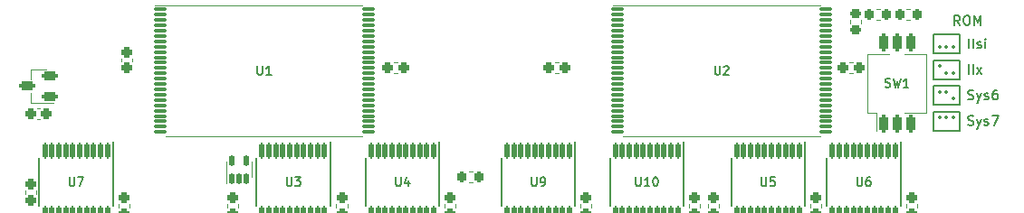
<source format=gto>
G04 #@! TF.GenerationSoftware,KiCad,Pcbnew,(6.0.1-0)*
G04 #@! TF.CreationDate,2022-02-13T04:03:45-05:00*
G04 #@! TF.ProjectId,ROMSIMM,524f4d53-494d-44d2-9e6b-696361645f70,1.0*
G04 #@! TF.SameCoordinates,Original*
G04 #@! TF.FileFunction,Legend,Top*
G04 #@! TF.FilePolarity,Positive*
%FSLAX46Y46*%
G04 Gerber Fmt 4.6, Leading zero omitted, Abs format (unit mm)*
G04 Created by KiCad (PCBNEW (6.0.1-0)) date 2022-02-13 04:03:45*
%MOMM*%
%LPD*%
G01*
G04 APERTURE LIST*
G04 Aperture macros list*
%AMRoundRect*
0 Rectangle with rounded corners*
0 $1 Rounding radius*
0 $2 $3 $4 $5 $6 $7 $8 $9 X,Y pos of 4 corners*
0 Add a 4 corners polygon primitive as box body*
4,1,4,$2,$3,$4,$5,$6,$7,$8,$9,$2,$3,0*
0 Add four circle primitives for the rounded corners*
1,1,$1+$1,$2,$3*
1,1,$1+$1,$4,$5*
1,1,$1+$1,$6,$7*
1,1,$1+$1,$8,$9*
0 Add four rect primitives between the rounded corners*
20,1,$1+$1,$2,$3,$4,$5,0*
20,1,$1+$1,$4,$5,$6,$7,0*
20,1,$1+$1,$6,$7,$8,$9,0*
20,1,$1+$1,$8,$9,$2,$3,0*%
G04 Aperture macros list end*
%ADD10C,0.350000*%
%ADD11C,0.203200*%
%ADD12C,0.120000*%
%ADD13C,0.150000*%
%ADD14C,0.100000*%
%ADD15C,0.175000*%
%ADD16C,2.000000*%
%ADD17RoundRect,0.262500X-0.212500X-0.262500X0.212500X-0.262500X0.212500X0.262500X-0.212500X0.262500X0*%
%ADD18RoundRect,0.262500X0.262500X-0.212500X0.262500X0.212500X-0.262500X0.212500X-0.262500X-0.212500X0*%
%ADD19RoundRect,0.136500X-0.112500X0.612500X-0.112500X-0.612500X0.112500X-0.612500X0.112500X0.612500X0*%
%ADD20RoundRect,0.491560X-0.104140X-1.107440X0.104140X-1.107440X0.104140X1.107440X-0.104140X1.107440X0*%
%ADD21RoundRect,0.099000X-0.475000X-0.075000X0.475000X-0.075000X0.475000X0.075000X-0.475000X0.075000X0*%
%ADD22RoundRect,0.140000X0.100000X-0.400000X0.100000X0.400000X-0.100000X0.400000X-0.100000X-0.400000X0*%
%ADD23RoundRect,0.225000X0.175000X0.300000X-0.175000X0.300000X-0.175000X-0.300000X0.175000X-0.300000X0*%
%ADD24RoundRect,0.225000X0.300000X-0.175000X0.300000X0.175000X-0.300000X0.175000X-0.300000X-0.175000X0*%
%ADD25RoundRect,0.250000X0.475000X0.200000X-0.475000X0.200000X-0.475000X-0.200000X0.475000X-0.200000X0*%
%ADD26C,1.448000*%
%ADD27RoundRect,0.225000X-0.175000X-0.300000X0.175000X-0.300000X0.175000X0.300000X-0.175000X0.300000X0*%
%ADD28RoundRect,0.240000X0.190000X-0.572000X0.190000X0.572000X-0.190000X0.572000X-0.190000X-0.572000X0*%
G04 APERTURE END LIST*
D10*
X162623400Y-111696500D02*
X162623500Y-111696500D01*
D11*
X164465000Y-106299000D02*
X162052000Y-106299000D01*
D10*
X163893550Y-107505500D02*
X163893650Y-107505500D01*
X163258400Y-107505500D02*
X163258500Y-107505500D01*
D11*
X162052000Y-108077000D02*
X162052000Y-106299000D01*
X164465000Y-108077000D02*
X164465000Y-106299000D01*
X162052000Y-108077000D02*
X164465000Y-108077000D01*
X162052000Y-112903000D02*
X162052000Y-111125000D01*
X164465000Y-112903000D02*
X164465000Y-111125000D01*
D10*
X163258400Y-111696500D02*
X163258500Y-111696500D01*
X163893550Y-112331500D02*
X163893650Y-112331500D01*
D11*
X164465000Y-111125000D02*
X162052000Y-111125000D01*
X162052000Y-112903000D02*
X164465000Y-112903000D01*
X164465000Y-113538000D02*
X162052000Y-113538000D01*
X164465000Y-115316000D02*
X164465000Y-113538000D01*
D10*
X163258400Y-114109500D02*
X163258500Y-114109500D01*
X163893550Y-114109500D02*
X163893650Y-114109500D01*
D11*
X162052000Y-115316000D02*
X162052000Y-113538000D01*
X162052000Y-115316000D02*
X164465000Y-115316000D01*
D10*
X162623550Y-114109500D02*
X162623650Y-114109500D01*
X162623400Y-107505500D02*
X162623500Y-107505500D01*
D11*
X164465000Y-108712000D02*
X162052000Y-108712000D01*
D10*
X163893550Y-109918500D02*
X163893650Y-109918500D01*
D11*
X164465000Y-110490000D02*
X164465000Y-108712000D01*
X162052000Y-110490000D02*
X164465000Y-110490000D01*
D10*
X163258400Y-109918500D02*
X163258500Y-109918500D01*
D11*
X162052000Y-110490000D02*
X162052000Y-108712000D01*
D10*
X162623400Y-109283500D02*
X162623500Y-109283500D01*
D11*
X165319365Y-107595142D02*
X165319365Y-106695142D01*
X165747937Y-107595142D02*
X165747937Y-106695142D01*
X166133651Y-107552285D02*
X166219365Y-107595142D01*
X166390794Y-107595142D01*
X166476508Y-107552285D01*
X166519365Y-107466571D01*
X166519365Y-107423714D01*
X166476508Y-107338000D01*
X166390794Y-107295142D01*
X166262222Y-107295142D01*
X166176508Y-107252285D01*
X166133651Y-107166571D01*
X166133651Y-107123714D01*
X166176508Y-107038000D01*
X166262222Y-106995142D01*
X166390794Y-106995142D01*
X166476508Y-107038000D01*
X166905080Y-107595142D02*
X166905080Y-106995142D01*
X166905080Y-106695142D02*
X166862222Y-106738000D01*
X166905080Y-106780857D01*
X166947937Y-106738000D01*
X166905080Y-106695142D01*
X166905080Y-106780857D01*
X164519857Y-105436142D02*
X164219857Y-105007571D01*
X164005571Y-105436142D02*
X164005571Y-104536142D01*
X164348428Y-104536142D01*
X164434142Y-104579000D01*
X164477000Y-104621857D01*
X164519857Y-104707571D01*
X164519857Y-104836142D01*
X164477000Y-104921857D01*
X164434142Y-104964714D01*
X164348428Y-105007571D01*
X164005571Y-105007571D01*
X165077000Y-104536142D02*
X165248428Y-104536142D01*
X165334142Y-104579000D01*
X165419857Y-104664714D01*
X165462714Y-104836142D01*
X165462714Y-105136142D01*
X165419857Y-105307571D01*
X165334142Y-105393285D01*
X165248428Y-105436142D01*
X165077000Y-105436142D01*
X164991285Y-105393285D01*
X164905571Y-105307571D01*
X164862714Y-105136142D01*
X164862714Y-104836142D01*
X164905571Y-104664714D01*
X164991285Y-104579000D01*
X165077000Y-104536142D01*
X165848428Y-105436142D02*
X165848428Y-104536142D01*
X166148428Y-105179000D01*
X166448428Y-104536142D01*
X166448428Y-105436142D01*
X165276508Y-112378285D02*
X165405080Y-112421142D01*
X165619365Y-112421142D01*
X165705080Y-112378285D01*
X165747937Y-112335428D01*
X165790794Y-112249714D01*
X165790794Y-112164000D01*
X165747937Y-112078285D01*
X165705080Y-112035428D01*
X165619365Y-111992571D01*
X165447937Y-111949714D01*
X165362222Y-111906857D01*
X165319365Y-111864000D01*
X165276508Y-111778285D01*
X165276508Y-111692571D01*
X165319365Y-111606857D01*
X165362222Y-111564000D01*
X165447937Y-111521142D01*
X165662222Y-111521142D01*
X165790794Y-111564000D01*
X166090794Y-111821142D02*
X166305080Y-112421142D01*
X166519365Y-111821142D02*
X166305080Y-112421142D01*
X166219365Y-112635428D01*
X166176508Y-112678285D01*
X166090794Y-112721142D01*
X166819365Y-112378285D02*
X166905080Y-112421142D01*
X167076508Y-112421142D01*
X167162222Y-112378285D01*
X167205080Y-112292571D01*
X167205080Y-112249714D01*
X167162222Y-112164000D01*
X167076508Y-112121142D01*
X166947937Y-112121142D01*
X166862222Y-112078285D01*
X166819365Y-111992571D01*
X166819365Y-111949714D01*
X166862222Y-111864000D01*
X166947937Y-111821142D01*
X167076508Y-111821142D01*
X167162222Y-111864000D01*
X167976508Y-111521142D02*
X167805080Y-111521142D01*
X167719365Y-111564000D01*
X167676508Y-111606857D01*
X167590794Y-111735428D01*
X167547937Y-111906857D01*
X167547937Y-112249714D01*
X167590794Y-112335428D01*
X167633651Y-112378285D01*
X167719365Y-112421142D01*
X167890794Y-112421142D01*
X167976508Y-112378285D01*
X168019365Y-112335428D01*
X168062222Y-112249714D01*
X168062222Y-112035428D01*
X168019365Y-111949714D01*
X167976508Y-111906857D01*
X167890794Y-111864000D01*
X167719365Y-111864000D01*
X167633651Y-111906857D01*
X167590794Y-111949714D01*
X167547937Y-112035428D01*
X165276508Y-114791285D02*
X165405080Y-114834142D01*
X165619365Y-114834142D01*
X165705080Y-114791285D01*
X165747937Y-114748428D01*
X165790794Y-114662714D01*
X165790794Y-114577000D01*
X165747937Y-114491285D01*
X165705080Y-114448428D01*
X165619365Y-114405571D01*
X165447937Y-114362714D01*
X165362222Y-114319857D01*
X165319365Y-114277000D01*
X165276508Y-114191285D01*
X165276508Y-114105571D01*
X165319365Y-114019857D01*
X165362222Y-113977000D01*
X165447937Y-113934142D01*
X165662222Y-113934142D01*
X165790794Y-113977000D01*
X166090794Y-114234142D02*
X166305080Y-114834142D01*
X166519365Y-114234142D02*
X166305080Y-114834142D01*
X166219365Y-115048428D01*
X166176508Y-115091285D01*
X166090794Y-115134142D01*
X166819365Y-114791285D02*
X166905080Y-114834142D01*
X167076508Y-114834142D01*
X167162222Y-114791285D01*
X167205080Y-114705571D01*
X167205080Y-114662714D01*
X167162222Y-114577000D01*
X167076508Y-114534142D01*
X166947937Y-114534142D01*
X166862222Y-114491285D01*
X166819365Y-114405571D01*
X166819365Y-114362714D01*
X166862222Y-114277000D01*
X166947937Y-114234142D01*
X167076508Y-114234142D01*
X167162222Y-114277000D01*
X167505080Y-113934142D02*
X168105080Y-113934142D01*
X167719365Y-114834142D01*
X165319365Y-110008142D02*
X165319365Y-109108142D01*
X165747937Y-110008142D02*
X165747937Y-109108142D01*
X166090794Y-110008142D02*
X166562222Y-109408142D01*
X166090794Y-109408142D02*
X166562222Y-110008142D01*
X111755723Y-119704895D02*
X111755723Y-120362876D01*
X111794428Y-120440285D01*
X111833133Y-120478990D01*
X111910542Y-120517695D01*
X112065361Y-120517695D01*
X112142771Y-120478990D01*
X112181476Y-120440285D01*
X112220180Y-120362876D01*
X112220180Y-119704895D01*
X112955571Y-119975828D02*
X112955571Y-120517695D01*
X112762047Y-119666190D02*
X112568523Y-120246761D01*
X113071685Y-120246761D01*
X145955723Y-119704895D02*
X145955723Y-120362876D01*
X145994428Y-120440285D01*
X146033133Y-120478990D01*
X146110542Y-120517695D01*
X146265361Y-120517695D01*
X146342771Y-120478990D01*
X146381476Y-120440285D01*
X146420180Y-120362876D01*
X146420180Y-119704895D01*
X147194276Y-119704895D02*
X146807228Y-119704895D01*
X146768523Y-120091942D01*
X146807228Y-120053238D01*
X146884638Y-120014533D01*
X147078161Y-120014533D01*
X147155571Y-120053238D01*
X147194276Y-120091942D01*
X147232980Y-120169352D01*
X147232980Y-120362876D01*
X147194276Y-120440285D01*
X147155571Y-120478990D01*
X147078161Y-120517695D01*
X146884638Y-120517695D01*
X146807228Y-120478990D01*
X146768523Y-120440285D01*
X134218676Y-119704895D02*
X134218676Y-120362876D01*
X134257380Y-120440285D01*
X134296085Y-120478990D01*
X134373495Y-120517695D01*
X134528314Y-120517695D01*
X134605723Y-120478990D01*
X134644428Y-120440285D01*
X134683133Y-120362876D01*
X134683133Y-119704895D01*
X135495933Y-120517695D02*
X135031476Y-120517695D01*
X135263704Y-120517695D02*
X135263704Y-119704895D01*
X135186295Y-119821009D01*
X135108885Y-119898419D01*
X135031476Y-119937123D01*
X135999095Y-119704895D02*
X136076504Y-119704895D01*
X136153914Y-119743600D01*
X136192619Y-119782304D01*
X136231323Y-119859714D01*
X136270028Y-120014533D01*
X136270028Y-120208057D01*
X136231323Y-120362876D01*
X136192619Y-120440285D01*
X136153914Y-120478990D01*
X136076504Y-120517695D01*
X135999095Y-120517695D01*
X135921685Y-120478990D01*
X135882980Y-120440285D01*
X135844276Y-120362876D01*
X135805571Y-120208057D01*
X135805571Y-120014533D01*
X135844276Y-119859714D01*
X135882980Y-119782304D01*
X135921685Y-119743600D01*
X135999095Y-119704895D01*
X154905723Y-119704895D02*
X154905723Y-120362876D01*
X154944428Y-120440285D01*
X154983133Y-120478990D01*
X155060542Y-120517695D01*
X155215361Y-120517695D01*
X155292771Y-120478990D01*
X155331476Y-120440285D01*
X155370180Y-120362876D01*
X155370180Y-119704895D01*
X156105571Y-119704895D02*
X155950752Y-119704895D01*
X155873342Y-119743600D01*
X155834638Y-119782304D01*
X155757228Y-119898419D01*
X155718523Y-120053238D01*
X155718523Y-120362876D01*
X155757228Y-120440285D01*
X155795933Y-120478990D01*
X155873342Y-120517695D01*
X156028161Y-120517695D01*
X156105571Y-120478990D01*
X156144276Y-120440285D01*
X156182980Y-120362876D01*
X156182980Y-120169352D01*
X156144276Y-120091942D01*
X156105571Y-120053238D01*
X156028161Y-120014533D01*
X155873342Y-120014533D01*
X155795933Y-120053238D01*
X155757228Y-120091942D01*
X155718523Y-120169352D01*
X98830723Y-109254895D02*
X98830723Y-109912876D01*
X98869428Y-109990285D01*
X98908133Y-110028990D01*
X98985542Y-110067695D01*
X99140361Y-110067695D01*
X99217771Y-110028990D01*
X99256476Y-109990285D01*
X99295180Y-109912876D01*
X99295180Y-109254895D01*
X100107980Y-110067695D02*
X99643523Y-110067695D01*
X99875752Y-110067695D02*
X99875752Y-109254895D01*
X99798342Y-109371009D01*
X99720933Y-109448419D01*
X99643523Y-109487123D01*
X101555723Y-119704895D02*
X101555723Y-120362876D01*
X101594428Y-120440285D01*
X101633133Y-120478990D01*
X101710542Y-120517695D01*
X101865361Y-120517695D01*
X101942771Y-120478990D01*
X101981476Y-120440285D01*
X102020180Y-120362876D01*
X102020180Y-119704895D01*
X102329819Y-119704895D02*
X102832980Y-119704895D01*
X102562047Y-120014533D01*
X102678161Y-120014533D01*
X102755571Y-120053238D01*
X102794276Y-120091942D01*
X102832980Y-120169352D01*
X102832980Y-120362876D01*
X102794276Y-120440285D01*
X102755571Y-120478990D01*
X102678161Y-120517695D01*
X102445933Y-120517695D01*
X102368523Y-120478990D01*
X102329819Y-120440285D01*
X141620723Y-109254895D02*
X141620723Y-109912876D01*
X141659428Y-109990285D01*
X141698133Y-110028990D01*
X141775542Y-110067695D01*
X141930361Y-110067695D01*
X142007771Y-110028990D01*
X142046476Y-109990285D01*
X142085180Y-109912876D01*
X142085180Y-109254895D01*
X142433523Y-109332304D02*
X142472228Y-109293600D01*
X142549638Y-109254895D01*
X142743161Y-109254895D01*
X142820571Y-109293600D01*
X142859276Y-109332304D01*
X142897980Y-109409714D01*
X142897980Y-109487123D01*
X142859276Y-109603238D01*
X142394819Y-110067695D01*
X142897980Y-110067695D01*
X81255723Y-119704895D02*
X81255723Y-120362876D01*
X81294428Y-120440285D01*
X81333133Y-120478990D01*
X81410542Y-120517695D01*
X81565361Y-120517695D01*
X81642771Y-120478990D01*
X81681476Y-120440285D01*
X81720180Y-120362876D01*
X81720180Y-119704895D01*
X82029819Y-119704895D02*
X82571685Y-119704895D01*
X82223342Y-120517695D01*
X124455723Y-119704895D02*
X124455723Y-120362876D01*
X124494428Y-120440285D01*
X124533133Y-120478990D01*
X124610542Y-120517695D01*
X124765361Y-120517695D01*
X124842771Y-120478990D01*
X124881476Y-120440285D01*
X124920180Y-120362876D01*
X124920180Y-119704895D01*
X125345933Y-120517695D02*
X125500752Y-120517695D01*
X125578161Y-120478990D01*
X125616866Y-120440285D01*
X125694276Y-120324171D01*
X125732980Y-120169352D01*
X125732980Y-119859714D01*
X125694276Y-119782304D01*
X125655571Y-119743600D01*
X125578161Y-119704895D01*
X125423342Y-119704895D01*
X125345933Y-119743600D01*
X125307228Y-119782304D01*
X125268523Y-119859714D01*
X125268523Y-120053238D01*
X125307228Y-120130647D01*
X125345933Y-120169352D01*
X125423342Y-120208057D01*
X125578161Y-120208057D01*
X125655571Y-120169352D01*
X125694276Y-120130647D01*
X125732980Y-120053238D01*
X157539266Y-111199990D02*
X157655380Y-111238695D01*
X157848904Y-111238695D01*
X157926314Y-111199990D01*
X157965019Y-111161285D01*
X158003723Y-111083876D01*
X158003723Y-111006466D01*
X157965019Y-110929057D01*
X157926314Y-110890352D01*
X157848904Y-110851647D01*
X157694085Y-110812942D01*
X157616676Y-110774238D01*
X157577971Y-110735533D01*
X157539266Y-110658123D01*
X157539266Y-110580714D01*
X157577971Y-110503304D01*
X157616676Y-110464600D01*
X157694085Y-110425895D01*
X157887609Y-110425895D01*
X158003723Y-110464600D01*
X158274657Y-110425895D02*
X158468180Y-111238695D01*
X158623000Y-110658123D01*
X158777819Y-111238695D01*
X158971342Y-110425895D01*
X159706733Y-111238695D02*
X159242276Y-111238695D01*
X159474504Y-111238695D02*
X159474504Y-110425895D01*
X159397095Y-110542009D01*
X159319685Y-110619419D01*
X159242276Y-110658123D01*
D12*
X154187221Y-109960000D02*
X154512779Y-109960000D01*
X154187221Y-108940000D02*
X154512779Y-108940000D01*
X97010000Y-122512779D02*
X97010000Y-122187221D01*
X95990000Y-122512779D02*
X95990000Y-122187221D01*
X116340000Y-122512779D02*
X116340000Y-122187221D01*
X117360000Y-122512779D02*
X117360000Y-122187221D01*
X139190000Y-122512779D02*
X139190000Y-122187221D01*
X140210000Y-122512779D02*
X140210000Y-122187221D01*
X151560000Y-122512779D02*
X151560000Y-122187221D01*
X150540000Y-122512779D02*
X150540000Y-122187221D01*
X160510000Y-122512779D02*
X160510000Y-122187221D01*
X159490000Y-122512779D02*
X159490000Y-122187221D01*
D13*
X115825000Y-116400000D02*
X115825000Y-122375000D01*
X108925000Y-117925000D02*
X108925000Y-122375000D01*
X143125000Y-117925000D02*
X143125000Y-122375000D01*
X150025000Y-116400000D02*
X150025000Y-122375000D01*
X131775000Y-117925000D02*
X131775000Y-122375000D01*
X138675000Y-116400000D02*
X138675000Y-122375000D01*
X158975000Y-116400000D02*
X158975000Y-122375000D01*
X152075000Y-117925000D02*
X152075000Y-122375000D01*
D12*
X111587221Y-109960000D02*
X111912779Y-109960000D01*
X111587221Y-108940000D02*
X111912779Y-108940000D01*
D14*
X108650000Y-103580000D02*
X89250000Y-103580000D01*
D12*
X90250000Y-115820000D02*
X108650000Y-115820000D01*
D13*
X105625000Y-116400000D02*
X105625000Y-122375000D01*
X98725000Y-117925000D02*
X98725000Y-122375000D01*
D12*
X78187221Y-114260000D02*
X78512779Y-114260000D01*
X78187221Y-113240000D02*
X78512779Y-113240000D01*
X133040000Y-115820000D02*
X151440000Y-115820000D01*
D14*
X151440000Y-103580000D02*
X132040000Y-103580000D01*
D12*
X86860000Y-122512779D02*
X86860000Y-122187221D01*
X85840000Y-122512779D02*
X85840000Y-122187221D01*
D13*
X85325000Y-116400000D02*
X85325000Y-122375000D01*
X78425000Y-117925000D02*
X78425000Y-122375000D01*
D12*
X107223500Y-122512779D02*
X107223500Y-122187221D01*
X106203500Y-122512779D02*
X106203500Y-122187221D01*
D13*
X128525000Y-116400000D02*
X128525000Y-122375000D01*
X121625000Y-117925000D02*
X121625000Y-122375000D01*
D12*
X129040000Y-122512779D02*
X129040000Y-122187221D01*
X130060000Y-122512779D02*
X130060000Y-122187221D01*
X142010000Y-122512779D02*
X142010000Y-122187221D01*
X140990000Y-122512779D02*
X140990000Y-122187221D01*
X87110000Y-108862779D02*
X87110000Y-108537221D01*
X86090000Y-108862779D02*
X86090000Y-108537221D01*
X126687221Y-109910000D02*
X127012779Y-109910000D01*
X126687221Y-108890000D02*
X127012779Y-108890000D01*
X77090000Y-121285779D02*
X77090000Y-120960221D01*
X78110000Y-121285779D02*
X78110000Y-120960221D01*
X95940000Y-118220000D02*
X95940000Y-120250000D01*
X98260000Y-119630000D02*
X98260000Y-118220000D01*
X157012779Y-103890000D02*
X156687221Y-103890000D01*
X157012779Y-104910000D02*
X156687221Y-104910000D01*
X154240000Y-105262779D02*
X154240000Y-104937221D01*
X155260000Y-105262779D02*
X155260000Y-104937221D01*
X118912779Y-120210000D02*
X118587221Y-120210000D01*
X118912779Y-119190000D02*
X118587221Y-119190000D01*
X77590000Y-109570000D02*
X79050000Y-109570000D01*
X77590000Y-112730000D02*
X77590000Y-111800000D01*
X77590000Y-112730000D02*
X79750000Y-112730000D01*
X77590000Y-109570000D02*
X77590000Y-110500000D01*
X159537221Y-103890000D02*
X159862779Y-103890000D01*
X159537221Y-104910000D02*
X159862779Y-104910000D01*
X155857000Y-108111000D02*
X157928000Y-108111000D01*
X155857000Y-113631000D02*
X156673000Y-113631000D01*
X159318000Y-108111000D02*
X161388000Y-108111000D01*
X161388000Y-113631000D02*
X161388000Y-108111000D01*
X159318000Y-113631000D02*
X161388000Y-113631000D01*
X156673000Y-115317000D02*
X156673000Y-113631000D01*
X155857000Y-113631000D02*
X155857000Y-108111000D01*
%LPC*%
D15*
X163195000Y-127635000D02*
X123825000Y-127635000D01*
X123825000Y-127635000D02*
X123317000Y-125031500D01*
X123317000Y-125031500D02*
X163703000Y-125031500D01*
X163703000Y-125031500D02*
X163195000Y-127635000D01*
G36*
X163195000Y-127635000D02*
G01*
X123825000Y-127635000D01*
X123317000Y-125031500D01*
X163703000Y-125031500D01*
X163195000Y-127635000D01*
G37*
X163195000Y-127635000D02*
X123825000Y-127635000D01*
X123317000Y-125031500D01*
X163703000Y-125031500D01*
X163195000Y-127635000D01*
X117475000Y-127635000D02*
X78105000Y-127635000D01*
X78105000Y-127635000D02*
X77597000Y-125031500D01*
X77597000Y-125031500D02*
X117983000Y-125031500D01*
X117983000Y-125031500D02*
X117475000Y-127635000D01*
G36*
X117475000Y-127635000D02*
G01*
X78105000Y-127635000D01*
X77597000Y-125031500D01*
X117983000Y-125031500D01*
X117475000Y-127635000D01*
G37*
X117475000Y-127635000D02*
X78105000Y-127635000D01*
X77597000Y-125031500D01*
X117983000Y-125031500D01*
X117475000Y-127635000D01*
D16*
X75438000Y-123444000D03*
D17*
X153600000Y-109450000D03*
X155100000Y-109450000D03*
D18*
X96500000Y-123100000D03*
X96500000Y-121600000D03*
X116850000Y-123100000D03*
X116850000Y-121600000D03*
X139700000Y-123100000D03*
X139700000Y-121600000D03*
X151050000Y-123100000D03*
X151050000Y-121600000D03*
X160000000Y-123100000D03*
X160000000Y-121600000D03*
D19*
X115300000Y-117200000D03*
X114650000Y-117200000D03*
X114000000Y-117200000D03*
X113350000Y-117200000D03*
X112700000Y-117200000D03*
X112050000Y-117200000D03*
X111400000Y-117200000D03*
X110750000Y-117200000D03*
X110100000Y-117200000D03*
X109450000Y-117200000D03*
X109450000Y-123100000D03*
X110100000Y-123100000D03*
X110750000Y-123100000D03*
X111400000Y-123100000D03*
X112050000Y-123100000D03*
X112700000Y-123100000D03*
X113350000Y-123100000D03*
X114000000Y-123100000D03*
X114650000Y-123100000D03*
X115300000Y-123100000D03*
X149500000Y-117200000D03*
X148850000Y-117200000D03*
X148200000Y-117200000D03*
X147550000Y-117200000D03*
X146900000Y-117200000D03*
X146250000Y-117200000D03*
X145600000Y-117200000D03*
X144950000Y-117200000D03*
X144300000Y-117200000D03*
X143650000Y-117200000D03*
X143650000Y-123100000D03*
X144300000Y-123100000D03*
X144950000Y-123100000D03*
X145600000Y-123100000D03*
X146250000Y-123100000D03*
X146900000Y-123100000D03*
X147550000Y-123100000D03*
X148200000Y-123100000D03*
X148850000Y-123100000D03*
X149500000Y-123100000D03*
D20*
X78105000Y-126111000D03*
X79375000Y-126111000D03*
X80645000Y-126111000D03*
X81915000Y-126111000D03*
X83185000Y-126111000D03*
X84455000Y-126111000D03*
X85725000Y-126111000D03*
X86995000Y-126111000D03*
X88265000Y-126111000D03*
X89535000Y-126111000D03*
X90805000Y-126111000D03*
X92075000Y-126111000D03*
X93345000Y-126111000D03*
X94615000Y-126111000D03*
X95885000Y-126111000D03*
X97155000Y-126111000D03*
X98425000Y-126111000D03*
X99695000Y-126111000D03*
X100965000Y-126111000D03*
X102235000Y-126111000D03*
X103505000Y-126111000D03*
X104775000Y-126111000D03*
X106045000Y-126111000D03*
X107315000Y-126111000D03*
X108585000Y-126111000D03*
X109855000Y-126111000D03*
X111125000Y-126111000D03*
X112395000Y-126111000D03*
X113665000Y-126111000D03*
X114935000Y-126111000D03*
X116205000Y-126111000D03*
X117475000Y-126111000D03*
X123825000Y-126111000D03*
X125095000Y-126111000D03*
X126365000Y-126111000D03*
X127635000Y-126111000D03*
X128905000Y-126111000D03*
X130175000Y-126111000D03*
X131445000Y-126111000D03*
X132715000Y-126111000D03*
X133985000Y-126111000D03*
X135255000Y-126111000D03*
X136525000Y-126111000D03*
X137795000Y-126111000D03*
X139065000Y-126111000D03*
X140335000Y-126111000D03*
X141605000Y-126111000D03*
X142875000Y-126111000D03*
X144145000Y-126111000D03*
X145415000Y-126111000D03*
X146685000Y-126111000D03*
X147955000Y-126111000D03*
X149225000Y-126111000D03*
X150495000Y-126111000D03*
X151765000Y-126111000D03*
X153035000Y-126111000D03*
X154305000Y-126111000D03*
X155575000Y-126111000D03*
X156845000Y-126111000D03*
X158115000Y-126111000D03*
X159385000Y-126111000D03*
X160655000Y-126111000D03*
X161925000Y-126111000D03*
X163195000Y-126111000D03*
D19*
X138150000Y-117200000D03*
X137500000Y-117200000D03*
X136850000Y-117200000D03*
X136200000Y-117200000D03*
X135550000Y-117200000D03*
X134900000Y-117200000D03*
X134250000Y-117200000D03*
X133600000Y-117200000D03*
X132950000Y-117200000D03*
X132300000Y-117200000D03*
X132300000Y-123100000D03*
X132950000Y-123100000D03*
X133600000Y-123100000D03*
X134250000Y-123100000D03*
X134900000Y-123100000D03*
X135550000Y-123100000D03*
X136200000Y-123100000D03*
X136850000Y-123100000D03*
X137500000Y-123100000D03*
X138150000Y-123100000D03*
X158450000Y-117200000D03*
X157800000Y-117200000D03*
X157150000Y-117200000D03*
X156500000Y-117200000D03*
X155850000Y-117200000D03*
X155200000Y-117200000D03*
X154550000Y-117200000D03*
X153900000Y-117200000D03*
X153250000Y-117200000D03*
X152600000Y-117200000D03*
X152600000Y-123100000D03*
X153250000Y-123100000D03*
X153900000Y-123100000D03*
X154550000Y-123100000D03*
X155200000Y-123100000D03*
X155850000Y-123100000D03*
X156500000Y-123100000D03*
X157150000Y-123100000D03*
X157800000Y-123100000D03*
X158450000Y-123100000D03*
D17*
X111000000Y-109450000D03*
X112500000Y-109450000D03*
D21*
X89700000Y-103950000D03*
X89700000Y-104450000D03*
X89700000Y-104950000D03*
X89700000Y-105450000D03*
X89700000Y-105950000D03*
X89700000Y-106450000D03*
X89700000Y-106950000D03*
X89700000Y-107450000D03*
X89700000Y-107950000D03*
X89700000Y-108450000D03*
X89700000Y-108950000D03*
X89700000Y-109450000D03*
X89700000Y-109950000D03*
X89700000Y-110450000D03*
X89700000Y-110950000D03*
X89700000Y-111450000D03*
X89700000Y-111950000D03*
X89700000Y-112450000D03*
X89700000Y-112950000D03*
X89700000Y-113450000D03*
X89700000Y-113950000D03*
X89700000Y-114450000D03*
X89700000Y-114950000D03*
X89700000Y-115450000D03*
X109200000Y-115450000D03*
X109200000Y-114950000D03*
X109200000Y-114450000D03*
X109200000Y-113950000D03*
X109200000Y-113450000D03*
X109200000Y-112950000D03*
X109200000Y-112450000D03*
X109200000Y-111950000D03*
X109200000Y-111450000D03*
X109200000Y-110950000D03*
X109200000Y-110450000D03*
X109200000Y-109950000D03*
X109200000Y-109450000D03*
X109200000Y-108950000D03*
X109200000Y-108450000D03*
X109200000Y-107950000D03*
X109200000Y-107450000D03*
X109200000Y-106950000D03*
X109200000Y-106450000D03*
X109200000Y-105950000D03*
X109200000Y-105450000D03*
X109200000Y-104950000D03*
X109200000Y-104450000D03*
X109200000Y-103950000D03*
D19*
X105100000Y-117200000D03*
X104450000Y-117200000D03*
X103800000Y-117200000D03*
X103150000Y-117200000D03*
X102500000Y-117200000D03*
X101850000Y-117200000D03*
X101200000Y-117200000D03*
X100550000Y-117200000D03*
X99900000Y-117200000D03*
X99250000Y-117200000D03*
X99250000Y-123100000D03*
X99900000Y-123100000D03*
X100550000Y-123100000D03*
X101200000Y-123100000D03*
X101850000Y-123100000D03*
X102500000Y-123100000D03*
X103150000Y-123100000D03*
X103800000Y-123100000D03*
X104450000Y-123100000D03*
X105100000Y-123100000D03*
D17*
X77600000Y-113750000D03*
X79100000Y-113750000D03*
D21*
X132490000Y-103950000D03*
X132490000Y-104450000D03*
X132490000Y-104950000D03*
X132490000Y-105450000D03*
X132490000Y-105950000D03*
X132490000Y-106450000D03*
X132490000Y-106950000D03*
X132490000Y-107450000D03*
X132490000Y-107950000D03*
X132490000Y-108450000D03*
X132490000Y-108950000D03*
X132490000Y-109450000D03*
X132490000Y-109950000D03*
X132490000Y-110450000D03*
X132490000Y-110950000D03*
X132490000Y-111450000D03*
X132490000Y-111950000D03*
X132490000Y-112450000D03*
X132490000Y-112950000D03*
X132490000Y-113450000D03*
X132490000Y-113950000D03*
X132490000Y-114450000D03*
X132490000Y-114950000D03*
X132490000Y-115450000D03*
X151990000Y-115450000D03*
X151990000Y-114950000D03*
X151990000Y-114450000D03*
X151990000Y-113950000D03*
X151990000Y-113450000D03*
X151990000Y-112950000D03*
X151990000Y-112450000D03*
X151990000Y-111950000D03*
X151990000Y-111450000D03*
X151990000Y-110950000D03*
X151990000Y-110450000D03*
X151990000Y-109950000D03*
X151990000Y-109450000D03*
X151990000Y-108950000D03*
X151990000Y-108450000D03*
X151990000Y-107950000D03*
X151990000Y-107450000D03*
X151990000Y-106950000D03*
X151990000Y-106450000D03*
X151990000Y-105950000D03*
X151990000Y-105450000D03*
X151990000Y-104950000D03*
X151990000Y-104450000D03*
X151990000Y-103950000D03*
D18*
X86350000Y-123100000D03*
X86350000Y-121600000D03*
D19*
X84800000Y-117200000D03*
X84150000Y-117200000D03*
X83500000Y-117200000D03*
X82850000Y-117200000D03*
X82200000Y-117200000D03*
X81550000Y-117200000D03*
X80900000Y-117200000D03*
X80250000Y-117200000D03*
X79600000Y-117200000D03*
X78950000Y-117200000D03*
X78950000Y-123100000D03*
X79600000Y-123100000D03*
X80250000Y-123100000D03*
X80900000Y-123100000D03*
X81550000Y-123100000D03*
X82200000Y-123100000D03*
X82850000Y-123100000D03*
X83500000Y-123100000D03*
X84150000Y-123100000D03*
X84800000Y-123100000D03*
D18*
X106713500Y-123100000D03*
X106713500Y-121600000D03*
D19*
X128000000Y-117200000D03*
X127350000Y-117200000D03*
X126700000Y-117200000D03*
X126050000Y-117200000D03*
X125400000Y-117200000D03*
X124750000Y-117200000D03*
X124100000Y-117200000D03*
X123450000Y-117200000D03*
X122800000Y-117200000D03*
X122150000Y-117200000D03*
X122150000Y-123100000D03*
X122800000Y-123100000D03*
X123450000Y-123100000D03*
X124100000Y-123100000D03*
X124750000Y-123100000D03*
X125400000Y-123100000D03*
X126050000Y-123100000D03*
X126700000Y-123100000D03*
X127350000Y-123100000D03*
X128000000Y-123100000D03*
D18*
X129550000Y-123100000D03*
X129550000Y-121600000D03*
X141500000Y-123100000D03*
X141500000Y-121600000D03*
X86600000Y-109450000D03*
X86600000Y-107950000D03*
D16*
X167894000Y-123444000D03*
X162433000Y-104267000D03*
X75946000Y-104267000D03*
D17*
X126100000Y-109400000D03*
X127600000Y-109400000D03*
D18*
X77600000Y-121873000D03*
X77600000Y-120373000D03*
D22*
X96450000Y-119800000D03*
X97100000Y-119800000D03*
X97750000Y-119800000D03*
X97750000Y-118100000D03*
X96450000Y-118100000D03*
D23*
X157650000Y-104400000D03*
X156050000Y-104400000D03*
D24*
X154750000Y-105900000D03*
X154750000Y-104300000D03*
D23*
X119550000Y-119700000D03*
X117950000Y-119700000D03*
D25*
X79400000Y-112100000D03*
X79400000Y-110200000D03*
X77300000Y-111150000D03*
D26*
X73406000Y-104267000D03*
X75438000Y-125984000D03*
X167894000Y-125984000D03*
X167894000Y-104267000D03*
D27*
X158900000Y-104400000D03*
X160500000Y-104400000D03*
D28*
X157353000Y-114681000D03*
X158623000Y-114681000D03*
X159893000Y-114681000D03*
X159893000Y-107061000D03*
X158623000Y-107061000D03*
X157353000Y-107061000D03*
M02*

</source>
